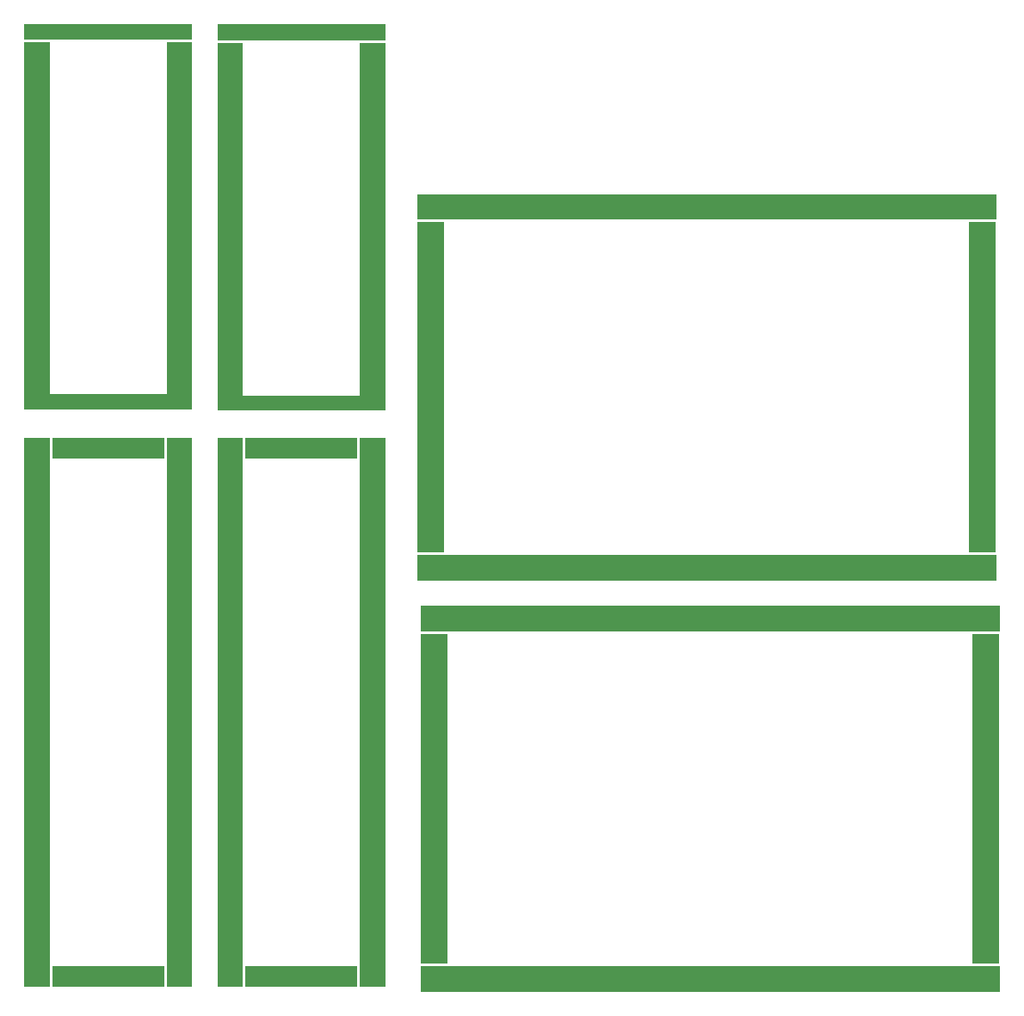
<source format=gtl>
%FSTAX23Y23*%
%MOMM*%
%SFA1B1*%

%IPPOS*%
%LNcase-1*%
%LPD*%
G36*
X16499Y93749D02*
X0D01*
Y9525*
X16499*
Y93749*
G37*
G36*
X35499D02*
Y93649D01*
X18999*
Y93749*
Y9525*
X35499*
Y93749*
G37*
G36*
X95669Y75999D02*
X38669D01*
Y78499*
X95669*
Y75999*
G37*
G36*
X16499Y57299D02*
X0D01*
Y93489*
X02499*
Y58799*
X13999*
Y93489*
X16499*
Y57299*
G37*
G36*
X35499Y57199D02*
X18999D01*
Y58699*
Y93389*
X21499*
Y58699*
X32999*
Y93389*
X35499*
Y57199*
G37*
G36*
X32749Y52589D02*
X32659Y52499D01*
X21759*
Y54499*
X32749*
Y52589*
G37*
G36*
X13749D02*
X13659Y52499D01*
X02759*
Y54499*
X13749*
Y52589*
G37*
G36*
X95569Y43259D02*
X92969D01*
Y43379*
Y75739*
X95569*
Y43259*
G37*
G36*
X41269D02*
X38669D01*
Y43379*
Y75739*
X41269*
Y43259*
G37*
G36*
X95669Y40499D02*
X38669D01*
Y42999*
X95669*
Y40499*
G37*
G36*
X95999Y35499D02*
X38999D01*
Y37999*
X95999*
Y35499*
G37*
G36*
X95899Y02759D02*
X93299D01*
Y02889*
Y35239*
X95899*
Y02759*
G37*
G36*
X41599D02*
X38999D01*
Y02889*
Y35239*
X41599*
Y02759*
G37*
G36*
X21499Y00499D02*
X18999D01*
Y54499*
X21499*
Y00499*
G37*
G36*
X02499D02*
X0D01*
Y54499*
X02499*
Y00499*
G37*
G36*
X13749Y00589D02*
X13659Y00499D01*
X02759*
Y02499*
X13749*
Y00589*
G37*
G36*
X32749D02*
X32659Y00499D01*
X21759*
Y02499*
X32749*
Y00589*
G37*
G36*
X35509Y00479D02*
X33009D01*
Y54479*
X35509*
Y00479*
G37*
G36*
X1651D02*
X14009D01*
Y54479*
X1651*
Y00479*
G37*
G36*
X95999Y0D02*
X38999D01*
Y02499*
X95999*
Y0*
G37*
M02*
</source>
